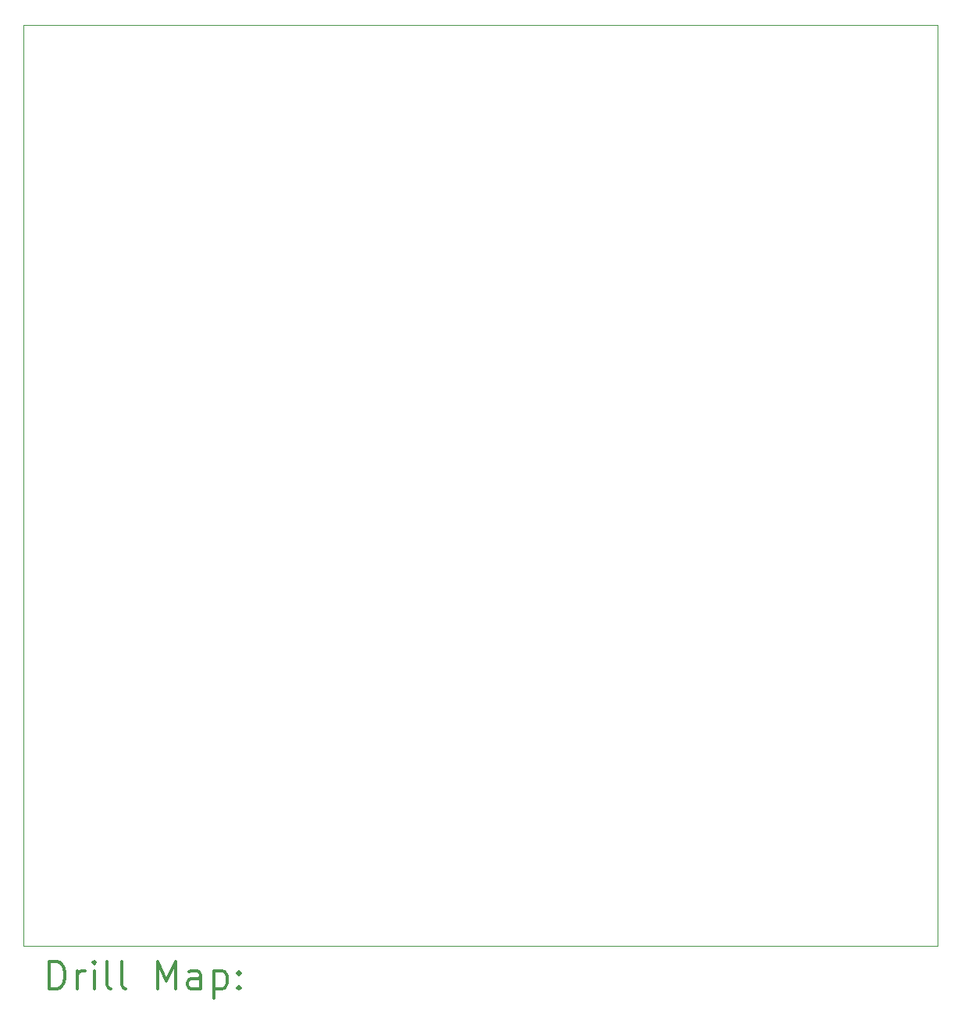
<source format=gbr>
%FSLAX45Y45*%
G04 Gerber Fmt 4.5, Leading zero omitted, Abs format (unit mm)*
G04 Created by KiCad (PCBNEW (5.1.5)-3) date 2020-03-12 23:57:55*
%MOMM*%
%LPD*%
G04 APERTURE LIST*
%TA.AperFunction,Profile*%
%ADD10C,0.100000*%
%TD*%
%ADD11C,0.200000*%
%ADD12C,0.300000*%
G04 APERTURE END LIST*
D10*
X14719300Y-13970000D02*
X4805680Y-13970000D01*
X14718030Y-3992880D02*
X14719300Y-13970000D01*
X4803140Y-3987800D02*
X14718030Y-3992880D01*
X4805680Y-13970000D02*
X4803140Y-3987800D01*
D11*
D12*
X5084568Y-14440714D02*
X5084568Y-14140714D01*
X5155997Y-14140714D01*
X5198854Y-14155000D01*
X5227426Y-14183571D01*
X5241711Y-14212143D01*
X5255997Y-14269286D01*
X5255997Y-14312143D01*
X5241711Y-14369286D01*
X5227426Y-14397857D01*
X5198854Y-14426429D01*
X5155997Y-14440714D01*
X5084568Y-14440714D01*
X5384568Y-14440714D02*
X5384568Y-14240714D01*
X5384568Y-14297857D02*
X5398854Y-14269286D01*
X5413140Y-14255000D01*
X5441711Y-14240714D01*
X5470283Y-14240714D01*
X5570283Y-14440714D02*
X5570283Y-14240714D01*
X5570283Y-14140714D02*
X5555997Y-14155000D01*
X5570283Y-14169286D01*
X5584568Y-14155000D01*
X5570283Y-14140714D01*
X5570283Y-14169286D01*
X5755997Y-14440714D02*
X5727426Y-14426429D01*
X5713140Y-14397857D01*
X5713140Y-14140714D01*
X5913140Y-14440714D02*
X5884568Y-14426429D01*
X5870283Y-14397857D01*
X5870283Y-14140714D01*
X6255997Y-14440714D02*
X6255997Y-14140714D01*
X6355997Y-14355000D01*
X6455997Y-14140714D01*
X6455997Y-14440714D01*
X6727426Y-14440714D02*
X6727426Y-14283571D01*
X6713140Y-14255000D01*
X6684568Y-14240714D01*
X6627426Y-14240714D01*
X6598854Y-14255000D01*
X6727426Y-14426429D02*
X6698854Y-14440714D01*
X6627426Y-14440714D01*
X6598854Y-14426429D01*
X6584568Y-14397857D01*
X6584568Y-14369286D01*
X6598854Y-14340714D01*
X6627426Y-14326429D01*
X6698854Y-14326429D01*
X6727426Y-14312143D01*
X6870283Y-14240714D02*
X6870283Y-14540714D01*
X6870283Y-14255000D02*
X6898854Y-14240714D01*
X6955997Y-14240714D01*
X6984568Y-14255000D01*
X6998854Y-14269286D01*
X7013140Y-14297857D01*
X7013140Y-14383571D01*
X6998854Y-14412143D01*
X6984568Y-14426429D01*
X6955997Y-14440714D01*
X6898854Y-14440714D01*
X6870283Y-14426429D01*
X7141711Y-14412143D02*
X7155997Y-14426429D01*
X7141711Y-14440714D01*
X7127426Y-14426429D01*
X7141711Y-14412143D01*
X7141711Y-14440714D01*
X7141711Y-14255000D02*
X7155997Y-14269286D01*
X7141711Y-14283571D01*
X7127426Y-14269286D01*
X7141711Y-14255000D01*
X7141711Y-14283571D01*
M02*

</source>
